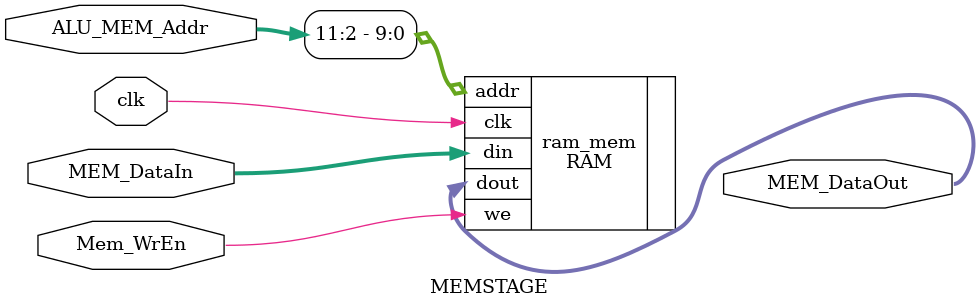
<source format=v>
`timescale 1ns / 1ps
module MEMSTAGE(
    input clk,
    input Mem_WrEn,
    input [31:0] ALU_MEM_Addr,
    input [31:0] MEM_DataIn,
    output [31:0] MEM_DataOut
    );
	 
	 //Create RAM
	 RAM ram_mem (.clk(clk), .we(Mem_WrEn), .addr(ALU_MEM_Addr[11:2]), .din(MEM_DataIn), .dout(MEM_DataOut));


endmodule

</source>
